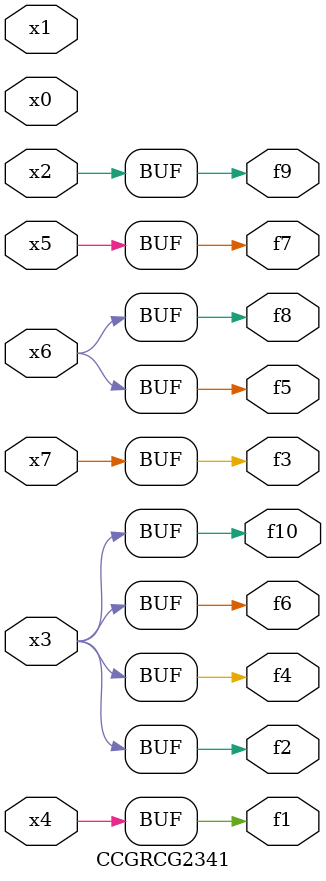
<source format=v>
module CCGRCG2341(
	input x0, x1, x2, x3, x4, x5, x6, x7,
	output f1, f2, f3, f4, f5, f6, f7, f8, f9, f10
);
	assign f1 = x4;
	assign f2 = x3;
	assign f3 = x7;
	assign f4 = x3;
	assign f5 = x6;
	assign f6 = x3;
	assign f7 = x5;
	assign f8 = x6;
	assign f9 = x2;
	assign f10 = x3;
endmodule

</source>
